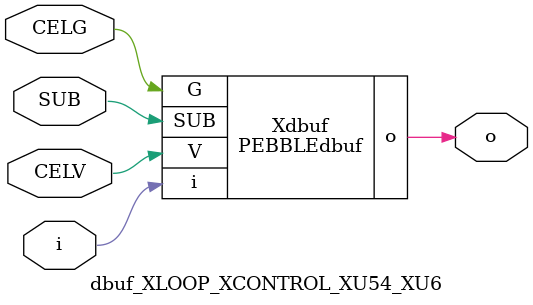
<source format=v>



module PEBBLEdbuf ( o, G, SUB, V, i );

  input V;
  input i;
  input G;
  output o;
  input SUB;
endmodule

//Celera Confidential Do Not Copy dbuf_XLOOP_XCONTROL_XU54_XU6
//Celera Confidential Symbol Generator
//Digital Buffer
module dbuf_XLOOP_XCONTROL_XU54_XU6 (CELV,CELG,i,o,SUB);
input CELV;
input CELG;
input i;
input SUB;
output o;

//Celera Confidential Do Not Copy dbuf
PEBBLEdbuf Xdbuf(
.V (CELV),
.i (i),
.o (o),
.SUB (SUB),
.G (CELG)
);
//,diesize,PEBBLEdbuf

//Celera Confidential Do Not Copy Module End
//Celera Schematic Generator
endmodule

</source>
